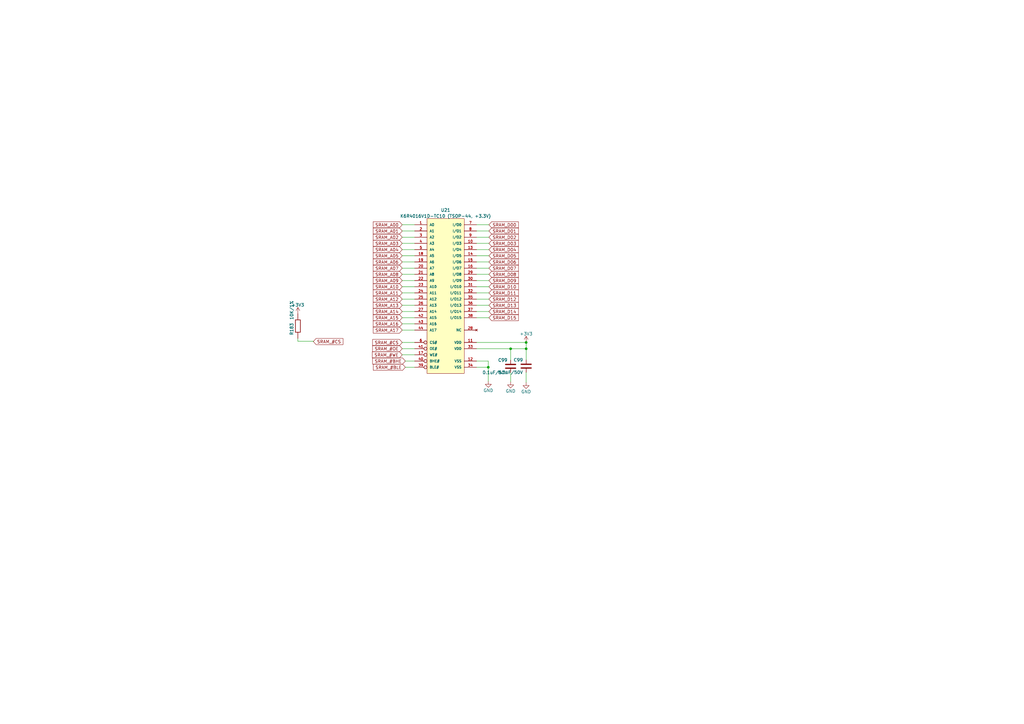
<source format=kicad_sch>
(kicad_sch (version 20230121) (generator eeschema)
  (paper "A3")
  (title_block (title "ПИР СЦХ-254 \"Карно\"\n(Karnix ASB-254)") (date "2023-10-04") (rev "V1.0") (company "ООО \"Фабмикро\"") (comment 1 "ФМТД.466961.029 Э3") (comment 2 "Залата Р.Н."))
  (lib_symbols
    (symbol "Fabmicro:+3V3" (power) (pin_names (offset 0))
      (property "Value" "+3V3" (at 0 3.556 0))
      (symbol "+3V3_0_1"
        (polyline (pts (xy -0.762 1.27) (xy 0 2.54)))
        (polyline (pts (xy 0 0) (xy 0 2.54)))
        (polyline (pts (xy 0 2.54) (xy 0.762 1.27)))
      )
      (symbol "+3V3_1_1"
        (pin power_in line (at 0 0 90) (length 0) hide (name "+3V3") (number "1"))
      )
    )
    (symbol "Fabmicro:CapacitorUnpolarized" (pin_numbers hide) (pin_names (offset 0.254))
      (property "Reference" "C" (at -2.54 0.635 90))
      (property "Value" "CapacitorUnpolarized" (at 2.54 0.635 90))
      (symbol "CapacitorUnpolarized_0_1"
        (polyline (pts (xy -0.762 -2.032) (xy -0.762 2.032)) (stroke (width 0.508)))
        (polyline (pts (xy 0.762 -2.032) (xy 0.762 2.032)) (stroke (width 0.508)))
      )
      (symbol "CapacitorUnpolarized_1_1"
        (pin passive line (at -2.54 0 0) (length 1.524) (name "~") (number "1"))
        (pin passive line (at 2.54 0 180) (length 1.524) (name "~") (number "2"))
      )
    )
    (symbol "Fabmicro:K6R4016V1D-TC10(TSOP-44)" (pin_names (offset 1.016))
      (property "Reference" "U" (at -6.985 31.115 0))
      (property "Value" "K6R4016V1D-TC10(TSOP-44)" (at -14.605 -35.56 0))
      (symbol "K6R4016V1D-TC10(TSOP-44)_0_1"
        (rectangle (start -7.62 -33.02) (end 7.62 30.48) (fill (type background)))
      )
      (symbol "K6R4016V1D-TC10(TSOP-44)_1_1"
        (pin input line (at -12.7 27.94 0) (length 5.08) (name "A0") (number "1"))
        (pin bidirectional line (at 12.7 20.32 180) (length 5.08) (name "I/O3") (number "10"))
        (pin power_in line (at 12.7 -20.32 180) (length 5.08) (name "VDD") (number "11"))
        (pin power_in line (at 12.7 -27.94 180) (length 5.08) (name "VSS") (number "12"))
        (pin bidirectional line (at 12.7 17.78 180) (length 5.08) (name "I/O4") (number "13"))
        (pin bidirectional line (at 12.7 15.24 180) (length 5.08) (name "I/O5") (number "14"))
        (pin bidirectional line (at 12.7 12.7 180) (length 5.08) (name "I/O6") (number "15"))
        (pin bidirectional line (at 12.7 10.16 180) (length 5.08) (name "I/O7") (number "16"))
        (pin input inverted (at -12.7 -25.4 0) (length 5.08) (name "WE#") (number "17"))
        (pin input line (at -12.7 15.24 0) (length 5.08) (name "A5") (number "18"))
        (pin input line (at -12.7 12.7 0) (length 5.08) (name "A6") (number "19"))
        (pin input line (at -12.7 25.4 0) (length 5.08) (name "A1") (number "2"))
        (pin input line (at -12.7 10.16 0) (length 5.08) (name "A7") (number "20"))
        (pin input line (at -12.7 7.62 0) (length 5.08) (name "A8") (number "21"))
        (pin input line (at -12.7 5.08 0) (length 5.08) (name "A9") (number "22"))
        (pin input line (at -12.7 2.54 0) (length 5.08) (name "A10") (number "23"))
        (pin input line (at -12.7 0 0) (length 5.08) (name "A11") (number "24"))
        (pin input line (at -12.7 -2.54 0) (length 5.08) (name "A12") (number "25"))
        (pin input line (at -12.7 -5.08 0) (length 5.08) (name "A13") (number "26"))
        (pin input line (at -12.7 -7.62 0) (length 5.08) (name "A14") (number "27"))
        (pin no_connect line (at 12.7 -15.24 180) (length 5.08) (name "NC") (number "28"))
        (pin bidirectional line (at 12.7 7.62 180) (length 5.08) (name "I/O8") (number "29"))
        (pin input line (at -12.7 22.86 0) (length 5.08) (name "A2") (number "3"))
        (pin bidirectional line (at 12.7 5.08 180) (length 5.08) (name "I/O9") (number "30"))
        (pin bidirectional line (at 12.7 2.54 180) (length 5.08) (name "I/O10") (number "31"))
        (pin bidirectional line (at 12.7 0 180) (length 5.08) (name "I/O11") (number "32"))
        (pin power_in line (at 12.7 -22.86 180) (length 5.08) (name "VDD") (number "33"))
        (pin power_in line (at 12.7 -30.48 180) (length 5.08) (name "VSS") (number "34"))
        (pin bidirectional line (at 12.7 -2.54 180) (length 5.08) (name "I/O12") (number "35"))
        (pin bidirectional line (at 12.7 -5.08 180) (length 5.08) (name "I/O13") (number "36"))
        (pin bidirectional line (at 12.7 -7.62 180) (length 5.08) (name "I/O14") (number "37"))
        (pin bidirectional line (at 12.7 -10.16 180) (length 5.08) (name "I/O15") (number "38"))
        (pin input inverted (at -12.7 -30.48 0) (length 5.08) (name "BLE#") (number "39"))
        (pin input line (at -12.7 20.32 0) (length 5.08) (name "A3") (number "4"))
        (pin input inverted (at -12.7 -27.94 0) (length 5.08) (name "BHE#") (number "40"))
        (pin input inverted (at -12.7 -22.86 0) (length 5.08) (name "OE#") (number "41"))
        (pin input line (at -12.7 -10.16 0) (length 5.08) (name "A15") (number "42"))
        (pin input line (at -12.7 -12.7 0) (length 5.08) (name "A16") (number "43"))
        (pin input line (at -12.7 -15.24 0) (length 5.08) (name "A17") (number "44"))
        (pin input line (at -12.7 17.78 0) (length 5.08) (name "A4") (number "5"))
        (pin input inverted (at -12.7 -20.32 0) (length 5.08) (name "CS#") (number "6"))
        (pin bidirectional line (at 12.7 27.94 180) (length 5.08) (name "I/O0") (number "7"))
        (pin bidirectional line (at 12.7 25.4 180) (length 5.08) (name "I/O1") (number "8"))
        (pin bidirectional line (at 12.7 22.86 180) (length 5.08) (name "I/O2") (number "9"))
      )
    )
    (symbol "Fabmicro:Resistor" (pin_numbers hide) (pin_names (offset 0))
      (property "Reference" "R" (at 0 2.032 0))
      (property "Value" "Resistor" (at 0 0 0))
      (symbol "Resistor_0_1"
        (rectangle (start 2.54 -1.016) (end -2.54 1.016) (stroke (width 0.254)))
      )
      (symbol "Resistor_1_1"
        (pin passive line (at -5.08 0 0) (length 2.54) (name "~") (number "1"))
        (pin passive line (at 5.08 0 180) (length 2.54) (name "~") (number "2"))
      )
    )
    (symbol "power:GND" (power) (pin_names (offset 0))
      (property "Value" "GND" (at 0 -3.81 0))
      (symbol "GND_0_1"
        (polyline (pts (xy 0 0) (xy 0 -1.27) (xy 1.27 -1.27) (xy 0 -2.54) (xy -1.27 -1.27) (xy 0 -1.27)))
      )
      (symbol "GND_1_1"
        (pin power_in line (at 0 0 270) (length 0) hide (name "GND") (number "1"))
      )
    )
  )
  (junction (at 200.279 150.622))
  (junction (at 215.7962 143.0414))
  (junction (at 215.7962 140.462))
  (junction (at 209.423 143.0414))
  (wire (pts (xy 164.973 140.462) (xy 170.053 140.462)))
  (wire (pts (xy 164.973 92.202) (xy 170.053 92.202)))
  (wire (pts (xy 200.279 148.082) (xy 200.279 150.622)))
  (wire (pts (xy 200.533 94.742) (xy 195.453 94.742)))
  (wire (pts (xy 164.973 130.302) (xy 170.053 130.302)))
  (wire (pts (xy 195.453 143.002) (xy 209.423 143.002)))
  (wire (pts (xy 200.533 117.602) (xy 195.453 117.602)))
  (wire (pts (xy 164.973 117.602) (xy 170.053 117.602)))
  (wire (pts (xy 200.533 112.522) (xy 195.453 112.522)))
  (wire (pts (xy 195.453 140.462) (xy 215.7962 140.462)))
  (wire (pts (xy 164.973 115.062) (xy 170.053 115.062)))
  (wire (pts (xy 200.533 122.682) (xy 195.453 122.682)))
  (wire (pts (xy 164.973 122.682) (xy 170.053 122.682)))
  (wire (pts (xy 128.524 139.954) (xy 122.174 139.954)))
  (wire (pts (xy 164.973 132.842) (xy 170.053 132.842)))
  (wire (pts (xy 209.423 143.0414) (xy 215.7962 143.0414)))
  (wire (pts (xy 166.243 148.082) (xy 170.053 148.082)))
  (wire (pts (xy 164.973 109.982) (xy 170.053 109.982)))
  (wire (pts (xy 164.973 104.902) (xy 170.053 104.902)))
  (wire (pts (xy 164.973 135.382) (xy 170.053 135.382)))
  (wire (pts (xy 200.533 97.282) (xy 195.453 97.282)))
  (wire (pts (xy 164.973 120.142) (xy 170.053 120.142)))
  (wire (pts (xy 164.973 145.542) (xy 170.053 145.542)))
  (wire (pts (xy 164.973 107.442) (xy 170.053 107.442)))
  (wire (pts (xy 200.533 125.222) (xy 195.453 125.222)))
  (wire (pts (xy 209.423 156.591) (xy 209.423 152.781)))
  (wire (pts (xy 128.524 140.081) (xy 128.524 139.954)))
  (wire (pts (xy 164.973 102.362) (xy 170.053 102.362)))
  (wire (pts (xy 164.973 97.282) (xy 170.053 97.282)))
  (wire (pts (xy 200.279 156.337) (xy 200.279 150.622)))
  (wire (pts (xy 195.453 148.082) (xy 200.279 148.082)))
  (wire (pts (xy 122.174 139.954) (xy 122.174 138.811)))
  (wire (pts (xy 209.423 143.002) (xy 209.423 143.0414)))
  (wire (pts (xy 200.533 99.822) (xy 195.453 99.822)))
  (wire (pts (xy 200.533 109.982) (xy 195.453 109.982)))
  (wire (pts (xy 164.973 125.222) (xy 170.053 125.222)))
  (wire (pts (xy 215.7962 143.0414) (xy 215.7962 147.6348)))
  (wire (pts (xy 200.533 127.762) (xy 195.453 127.762)))
  (wire (pts (xy 164.973 94.742) (xy 170.053 94.742)))
  (wire (pts (xy 200.533 104.902) (xy 195.453 104.902)))
  (wire (pts (xy 164.973 99.822) (xy 170.053 99.822)))
  (wire (pts (xy 200.533 102.362) (xy 195.453 102.362)))
  (wire (pts (xy 166.243 150.622) (xy 170.053 150.622)))
  (wire (pts (xy 164.973 112.522) (xy 170.053 112.522)))
  (wire (pts (xy 215.773 152.7148) (xy 215.7962 152.7148)))
  (wire (pts (xy 200.533 92.202) (xy 195.453 92.202)))
  (wire (pts (xy 200.533 107.442) (xy 195.453 107.442)))
  (wire (pts (xy 164.973 143.002) (xy 170.053 143.002)))
  (wire (pts (xy 200.533 130.302) (xy 195.453 130.302)))
  (wire (pts (xy 200.533 115.062) (xy 195.453 115.062)))
  (wire (pts (xy 164.973 127.762) (xy 170.053 127.762)))
  (wire (pts (xy 200.279 150.622) (xy 195.453 150.622)))
  (wire (pts (xy 215.7962 140.462) (xy 215.7962 143.0414)))
  (wire (pts (xy 209.423 143.0414) (xy 209.423 147.701)))
  (wire (pts (xy 200.533 120.142) (xy 195.453 120.142)))
  (wire (pts (xy 215.773 156.845) (xy 215.773 152.7148)))
  (global_label "SRAM_A09" (shape input) (at 164.973 115.062 180) (property "Intersheetrefs" "${INTERSHEET_REFS}" (effects hide)))
  (global_label "SRAM_D06" (shape input) (at 200.533 107.442 0) (property "Intersheetrefs" "${INTERSHEET_REFS}" (effects hide)))
  (global_label "SRAM_D05" (shape input) (at 200.533 104.902 0) (property "Intersheetrefs" "${INTERSHEET_REFS}" (effects hide)))
  (global_label "SRAM_A06" (shape input) (at 164.973 107.442 180) (property "Intersheetrefs" "${INTERSHEET_REFS}" (effects hide)))
  (global_label "SRAM_#CS" (shape input) (at 128.524 140.081 0) (property "Intersheetrefs" "${INTERSHEET_REFS}" (effects hide)))
  (global_label "SRAM_D02" (shape input) (at 200.533 97.282 0) (property "Intersheetrefs" "${INTERSHEET_REFS}" (effects hide)))
  (global_label "SRAM_D13" (shape input) (at 200.533 125.222 0) (property "Intersheetrefs" "${INTERSHEET_REFS}" (effects hide)))
  (global_label "SRAM_#BHE" (shape input) (at 166.243 148.082 180) (property "Intersheetrefs" "${INTERSHEET_REFS}" (effects hide)))
  (global_label "SRAM_A17" (shape input) (at 164.973 135.382 180) (property "Intersheetrefs" "${INTERSHEET_REFS}" (effects hide)))
  (global_label "SRAM_#BLE" (shape input) (at 166.243 150.622 180) (property "Intersheetrefs" "${INTERSHEET_REFS}" (effects hide)))
  (global_label "SRAM_D08" (shape input) (at 200.533 112.522 0) (property "Intersheetrefs" "${INTERSHEET_REFS}" (effects hide)))
  (global_label "SRAM_A00" (shape input) (at 164.973 92.202 180) (property "Intersheetrefs" "${INTERSHEET_REFS}" (effects hide)))
  (global_label "SRAM_A14" (shape input) (at 164.973 127.762 180) (property "Intersheetrefs" "${INTERSHEET_REFS}" (effects hide)))
  (global_label "SRAM_D00" (shape input) (at 200.533 92.202 0) (property "Intersheetrefs" "${INTERSHEET_REFS}" (effects hide)))
  (global_label "SRAM_A10" (shape input) (at 164.973 117.602 180) (property "Intersheetrefs" "${INTERSHEET_REFS}" (effects hide)))
  (global_label "SRAM_D12" (shape input) (at 200.533 122.682 0) (property "Intersheetrefs" "${INTERSHEET_REFS}" (effects hide)))
  (global_label "SRAM_D04" (shape input) (at 200.533 102.362 0) (property "Intersheetrefs" "${INTERSHEET_REFS}" (effects hide)))
  (global_label "SRAM_A01" (shape input) (at 164.973 94.742 180) (property "Intersheetrefs" "${INTERSHEET_REFS}" (effects hide)))
  (global_label "SRAM_A07" (shape input) (at 164.973 109.982 180) (property "Intersheetrefs" "${INTERSHEET_REFS}" (effects hide)))
  (global_label "SRAM_D07" (shape input) (at 200.533 109.982 0) (property "Intersheetrefs" "${INTERSHEET_REFS}" (effects hide)))
  (global_label "SRAM_D11" (shape input) (at 200.533 120.142 0) (property "Intersheetrefs" "${INTERSHEET_REFS}" (effects hide)))
  (global_label "SRAM_D01" (shape input) (at 200.533 94.742 0) (property "Intersheetrefs" "${INTERSHEET_REFS}" (effects hide)))
  (global_label "SRAM_D10" (shape input) (at 200.533 117.602 0) (property "Intersheetrefs" "${INTERSHEET_REFS}" (effects hide)))
  (global_label "SRAM_D03" (shape input) (at 200.533 99.822 0) (property "Intersheetrefs" "${INTERSHEET_REFS}" (effects hide)))
  (global_label "SRAM_A16" (shape input) (at 164.973 132.842 180) (property "Intersheetrefs" "${INTERSHEET_REFS}" (effects hide)))
  (global_label "SRAM_#OE" (shape input) (at 164.973 143.002 180) (property "Intersheetrefs" "${INTERSHEET_REFS}" (effects hide)))
  (global_label "SRAM_A11" (shape input) (at 164.973 120.142 180) (property "Intersheetrefs" "${INTERSHEET_REFS}" (effects hide)))
  (global_label "SRAM_D15" (shape input) (at 200.533 130.302 0) (property "Intersheetrefs" "${INTERSHEET_REFS}" (effects hide)))
  (global_label "SRAM_A13" (shape input) (at 164.973 125.222 180) (property "Intersheetrefs" "${INTERSHEET_REFS}" (effects hide)))
  (global_label "SRAM_A05" (shape input) (at 164.973 104.902 180) (property "Intersheetrefs" "${INTERSHEET_REFS}" (effects hide)))
  (global_label "SRAM_A02" (shape input) (at 164.973 97.282 180) (property "Intersheetrefs" "${INTERSHEET_REFS}" (effects hide)))
  (global_label "SRAM_A08" (shape input) (at 164.973 112.522 180) (property "Intersheetrefs" "${INTERSHEET_REFS}" (effects hide)))
  (global_label "SRAM_#CS" (shape input) (at 164.973 140.462 180) (property "Intersheetrefs" "${INTERSHEET_REFS}" (effects hide)))
  (global_label "SRAM_A03" (shape input) (at 164.973 99.822 180) (property "Intersheetrefs" "${INTERSHEET_REFS}" (effects hide)))
  (global_label "SRAM_A12" (shape input) (at 164.973 122.682 180) (property "Intersheetrefs" "${INTERSHEET_REFS}" (effects hide)))
  (global_label "SRAM_A04" (shape input) (at 164.973 102.362 180) (property "Intersheetrefs" "${INTERSHEET_REFS}" (effects hide)))
  (global_label "SRAM_D09" (shape input) (at 200.533 115.062 0) (property "Intersheetrefs" "${INTERSHEET_REFS}" (effects hide)))
  (global_label "SRAM_A15" (shape input) (at 164.973 130.302 180) (property "Intersheetrefs" "${INTERSHEET_REFS}" (effects hide)))
  (global_label "SRAM_D14" (shape input) (at 200.533 127.762 0) (property "Intersheetrefs" "${INTERSHEET_REFS}" (effects hide)))
  (global_label "SRAM_#WE" (shape input) (at 164.973 145.542 180) (property "Intersheetrefs" "${INTERSHEET_REFS}" (effects hide)))
  (symbol (lib_id "Fabmicro:+3V3") (at 122.174 128.651 0) (unit 1)
    (property "Reference" "#PWR050" (effects hide))
    (property "Value" "+3V3" (at 122.174 125.0839 0))
    (instances (project "Karnix_ASB" (path "" (reference "#PWR050") (unit 1)) (path "" (reference "#PWR0246") (unit 1)) (path "" (reference "#PWR0252") (unit 1))))
  )
  (symbol (lib_id "Fabmicro:+3V3") (at 215.7962 140.462 0) (unit 1)
    (property "Reference" "#PWR050" (effects hide))
    (property "Value" "+3V3" (at 215.7962 136.8949 0))
    (instances (project "Karnix_ASB" (path "" (reference "#PWR050") (unit 1)) (path "" (reference "#PWR0246") (unit 1)) (path "" (reference "#PWR0255") (unit 1))))
  )
  (symbol (lib_id "power:GND") (at 215.773 156.845 0) (unit 1)
    (property "Reference" "#PWR0251" (effects hide))
    (property "Value" "GND" (at 215.773 160.655 0))
    (instances (project "Karnix_ASB" (path "" (reference "#PWR0251") (unit 1)) (path "" (reference "#PWR0254") (unit 1))))
  )
  (symbol (lib_id "power:GND") (at 200.279 156.337 0) (unit 1)
    (property "Reference" "#PWR0251" (effects hide))
    (property "Value" "GND" (at 200.279 160.147 0))
    (instances (project "Karnix_ASB" (path "" (reference "#PWR0251") (unit 1)) (path "" (reference "#PWR0247") (unit 1))))
  )
  (symbol (lib_id "Fabmicro:K6R4016V1D-TC10(TSOP-44)") (at 182.753 120.142 0) (unit 1)
    (property "Reference" "U21" (at 182.753 86.1715 0))
    (property "Value" "K6R4016V1D-TC10 (TSOP-44, +3.3V)" (at 182.753 88.635 0))
    (property "Footprint" "Package_SO:TSOP-II-44_10.16x18.41mm_P0.8mm" (effects hide))
    (property "Mfr. Part Number" "K6R4016V1D-TC10" (effects hide))
  )
  (symbol (lib_id "Fabmicro:CapacitorUnpolarized") (at 209.423 150.241 90) (mirror x) (unit 1)
    (property "Reference" "C99" (at 208.153 147.701 90) (effects (justify left)))
    (property "Value" "0.1uF/50V" (at 208.153 152.781 90) (effects (justify left)))
    (property "Footprint" "Fabmicro:C_0402_1005Metric" (effects hide))
    (property "Mfr. Part Number" "CL05B104K05NNNC" (effects hide))
    (property "Supplier" "Fabmicro" (effects hide))
    (instances (project "Karnix_ASB" (path "" (reference "C99") (unit 1)) (path "" (reference "C100") (unit 1))))
  )
  (symbol (lib_id "Fabmicro:CapacitorUnpolarized") (at 215.7962 150.1748 90) (mirror x) (unit 1)
    (property "Reference" "C99" (at 214.5262 147.6348 90) (effects (justify left)))
    (property "Value" "0.1uF/50V" (at 214.5262 152.7148 90) (effects (justify left)))
    (property "Footprint" "Fabmicro:C_0402_1005Metric" (effects hide))
    (property "Mfr. Part Number" "CL05B104K05NNNC" (effects hide))
    (property "Supplier" "Fabmicro" (effects hide))
    (instances (project "Karnix_ASB" (path "" (reference "C99") (unit 1)) (path "" (reference "C103") (unit 1))))
  )
  (symbol (lib_id "power:GND") (at 209.423 156.591 0) (unit 1)
    (property "Reference" "#PWR0251" (effects hide))
    (property "Value" "GND" (at 209.423 160.401 0))
    (instances (project "Karnix_ASB" (path "" (reference "#PWR0251") (unit 1)) (path "" (reference "#PWR0253") (unit 1))))
  )
  (symbol (lib_id "Fabmicro:Resistor") (at 122.174 133.731 90) (unit 1)
    (property "Reference" "R183" (at 119.634 137.541 0) (effects (justify left)))
    (property "Value" "10K/1%" (at 119.634 131.191 0) (effects (justify left)))
    (property "Footprint" "Resistor_SMD:R_0402_1005Metric" (effects hide))
    (property "Mfr. Part Number" "RC0402FR-0710KL" (effects hide))
    (property "Supplier" "Fabmicro" (effects hide))
    (instances (project "Karnix_ASB" (path "" (reference "R183") (unit 1)) (path "" (reference "R173") (unit 1))))
  )
)
</source>
